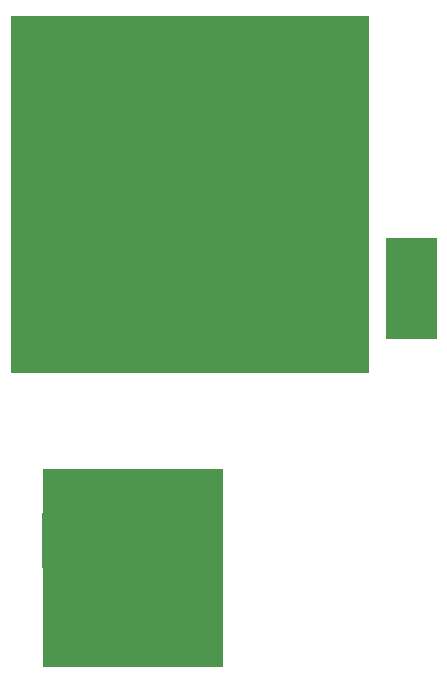
<source format=gbr>
%TF.GenerationSoftware,Altium Limited,Altium Designer,21.6.4 (81)*%
G04 Layer_Color=16711935*
%FSLAX26Y26*%
%MOIN*%
%TF.SameCoordinates,D1CDB01D-C4A6-469F-8C54-8347A019B806*%
%TF.FilePolarity,Positive*%
%TF.FileFunction,Other,Mechanical_5*%
%TF.Part,Single*%
G01*
G75*
G36*
X1683409Y1394476D02*
X1515409D01*
Y1733476D01*
X1683409D01*
Y1394476D01*
D02*
G37*
G36*
X1457756Y1281890D02*
X262756D01*
Y2471890D01*
X1457756D01*
Y1281890D01*
D02*
G37*
G36*
X970283Y303464D02*
X371283D01*
Y633394D01*
X365901D01*
Y817394D01*
X371283D01*
Y963465D01*
X970283D01*
Y303464D01*
D02*
G37*
%TF.MD5,370e1ab7586cb330450855a45ec2c2a3*%
M02*

</source>
